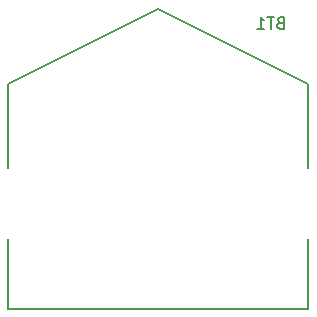
<source format=gbo>
G04 #@! TF.FileFunction,Legend,Bot*
%FSLAX46Y46*%
G04 Gerber Fmt 4.6, Leading zero omitted, Abs format (unit mm)*
G04 Created by KiCad (PCBNEW 4.0.3-stable) date 08/20/16 15:19:20*
%MOMM*%
%LPD*%
G01*
G04 APERTURE LIST*
%ADD10C,0.100000*%
%ADD11C,0.150000*%
%ADD12R,4.400000X4.400000*%
%ADD13R,5.900000X5.900000*%
G04 APERTURE END LIST*
D10*
D11*
X156845000Y-113665000D02*
X156845000Y-94615000D01*
X156845000Y-94615000D02*
X144145000Y-88265000D01*
X144145000Y-88265000D02*
X131445000Y-94615000D01*
X131445000Y-94615000D02*
X131445000Y-113665000D01*
X131445000Y-113665000D02*
X156845000Y-113665000D01*
X154455714Y-89463571D02*
X154312857Y-89511190D01*
X154265238Y-89558810D01*
X154217619Y-89654048D01*
X154217619Y-89796905D01*
X154265238Y-89892143D01*
X154312857Y-89939762D01*
X154408095Y-89987381D01*
X154789048Y-89987381D01*
X154789048Y-88987381D01*
X154455714Y-88987381D01*
X154360476Y-89035000D01*
X154312857Y-89082619D01*
X154265238Y-89177857D01*
X154265238Y-89273095D01*
X154312857Y-89368333D01*
X154360476Y-89415952D01*
X154455714Y-89463571D01*
X154789048Y-89463571D01*
X153931905Y-88987381D02*
X153360476Y-88987381D01*
X153646191Y-89987381D02*
X153646191Y-88987381D01*
X152503333Y-89987381D02*
X153074762Y-89987381D01*
X152789048Y-89987381D02*
X152789048Y-88987381D01*
X152884286Y-89130238D01*
X152979524Y-89225476D01*
X153074762Y-89273095D01*
%LPC*%
D12*
X144145000Y-104775000D03*
D13*
X131345000Y-104775000D03*
X156945000Y-104775000D03*
M02*

</source>
